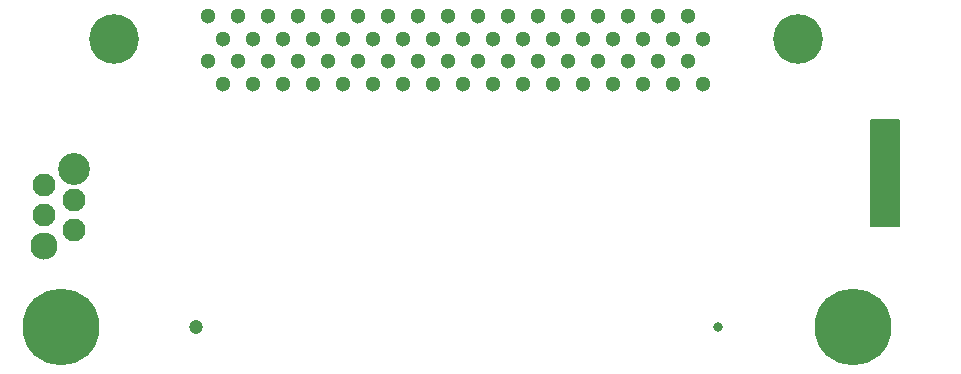
<source format=gbs>
G04 #@! TF.GenerationSoftware,KiCad,Pcbnew,8.0.6*
G04 #@! TF.CreationDate,2024-11-07T02:27:38-08:00*
G04 #@! TF.ProjectId,mse-68-hd,6d73652d-3638-42d6-9864-2e6b69636164,1*
G04 #@! TF.SameCoordinates,Original*
G04 #@! TF.FileFunction,Soldermask,Bot*
G04 #@! TF.FilePolarity,Negative*
%FSLAX46Y46*%
G04 Gerber Fmt 4.6, Leading zero omitted, Abs format (unit mm)*
G04 Created by KiCad (PCBNEW 8.0.6) date 2024-11-07 02:27:38*
%MOMM*%
%LPD*%
G01*
G04 APERTURE LIST*
%ADD10C,0.800000*%
%ADD11C,1.200000*%
%ADD12C,1.300000*%
%ADD13C,4.200000*%
%ADD14C,6.500000*%
%ADD15C,2.300000*%
%ADD16C,2.700000*%
%ADD17C,1.950000*%
G04 APERTURE END LIST*
D10*
G04 #@! TO.C,J1*
X-15400000Y4000000D03*
D11*
X-59600000Y4000000D03*
G04 #@! TD*
D12*
G04 #@! TO.C,J4*
X-58550000Y26484001D03*
X-57280000Y24579000D03*
X-56010000Y26484001D03*
X-54739999Y24579000D03*
X-53470000Y26484001D03*
X-52199999Y24579000D03*
X-50930000Y26484000D03*
X-49659999Y24579000D03*
X-48390000Y26484001D03*
X-47119999Y24579000D03*
X-45850000Y26484001D03*
X-44579998Y24579000D03*
X-43310000Y26484001D03*
X-42039999Y24579000D03*
X-40770000Y26484000D03*
X-39499999Y24579000D03*
X-38230000Y26484000D03*
X-36959999Y24579000D03*
X-35690000Y26484001D03*
X-34420000Y24579000D03*
X-33150000Y26484001D03*
X-31879999Y24579000D03*
X-30610000Y26484001D03*
X-29339999Y24579000D03*
X-28070000Y26484000D03*
X-26799999Y24579000D03*
X-25530000Y26484001D03*
X-24259999Y24579000D03*
X-22990000Y26484001D03*
X-21719998Y24579000D03*
X-20450000Y26484001D03*
X-19179999Y24579000D03*
X-17910000Y26484000D03*
X-16639999Y24579000D03*
X-58550000Y30294000D03*
X-57280000Y28389000D03*
X-56010000Y30294000D03*
X-54740000Y28389000D03*
X-53470000Y30294000D03*
X-52200000Y28389000D03*
X-50930000Y30294000D03*
X-49660000Y28389000D03*
X-48390000Y30294000D03*
X-47120000Y28389000D03*
X-45850000Y30294000D03*
X-44580000Y28389000D03*
X-43310000Y30294000D03*
X-42040000Y28389000D03*
X-40770000Y30294000D03*
X-39500000Y28389000D03*
X-38230000Y30294000D03*
X-36960000Y28389000D03*
X-35690000Y30294000D03*
X-34420000Y28389000D03*
X-33150000Y30294000D03*
X-31880000Y28389000D03*
X-30610000Y30294000D03*
X-29340000Y28389000D03*
X-28070000Y30294000D03*
X-26800000Y28389000D03*
X-25530000Y30294000D03*
X-24260000Y28389000D03*
X-22990000Y30294000D03*
X-21720000Y28389000D03*
X-20450000Y30294000D03*
X-19180000Y28389000D03*
X-17910000Y30294000D03*
X-16640000Y28389000D03*
D13*
X-8639000Y28389000D03*
X-66550000Y28389000D03*
G04 #@! TD*
D14*
G04 #@! TO.C,H4*
X-4000000Y4000000D03*
G04 #@! TD*
D15*
G04 #@! TO.C,J3*
X-72440000Y10870000D03*
D16*
X-69900000Y17340000D03*
D17*
X-72440000Y16010000D03*
X-69900000Y14740000D03*
X-72440000Y13470000D03*
X-69900000Y12200000D03*
G04 #@! TD*
D14*
G04 #@! TO.C,H3*
X-71000000Y4000000D03*
G04 #@! TD*
G36*
X-56961Y21580315D02*
G01*
X-11206Y21527511D01*
X0Y21476000D01*
X0Y12524000D01*
X-19685Y12456961D01*
X-72489Y12411206D01*
X-124000Y12400000D01*
X-2376000Y12400000D01*
X-2443039Y12419685D01*
X-2488794Y12472489D01*
X-2500000Y12524000D01*
X-2500000Y21476000D01*
X-2480315Y21543039D01*
X-2427511Y21588794D01*
X-2376000Y21600000D01*
X-124000Y21600000D01*
X-56961Y21580315D01*
G37*
M02*

</source>
